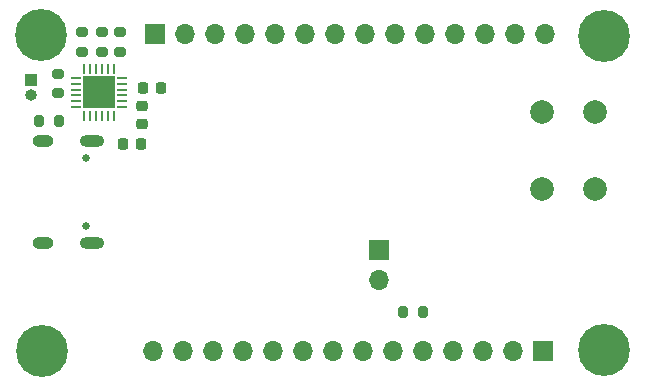
<source format=gbr>
%TF.GenerationSoftware,KiCad,Pcbnew,8.0.2-8.0.2-0~ubuntu22.04.1*%
%TF.CreationDate,2024-06-03T20:12:09+08:00*%
%TF.ProjectId,pcb-stm32,7063622d-7374-46d3-9332-2e6b69636164,rev?*%
%TF.SameCoordinates,Original*%
%TF.FileFunction,Soldermask,Bot*%
%TF.FilePolarity,Negative*%
%FSLAX46Y46*%
G04 Gerber Fmt 4.6, Leading zero omitted, Abs format (unit mm)*
G04 Created by KiCad (PCBNEW 8.0.2-8.0.2-0~ubuntu22.04.1) date 2024-06-03 20:12:09*
%MOMM*%
%LPD*%
G01*
G04 APERTURE LIST*
G04 Aperture macros list*
%AMRoundRect*
0 Rectangle with rounded corners*
0 $1 Rounding radius*
0 $2 $3 $4 $5 $6 $7 $8 $9 X,Y pos of 4 corners*
0 Add a 4 corners polygon primitive as box body*
4,1,4,$2,$3,$4,$5,$6,$7,$8,$9,$2,$3,0*
0 Add four circle primitives for the rounded corners*
1,1,$1+$1,$2,$3*
1,1,$1+$1,$4,$5*
1,1,$1+$1,$6,$7*
1,1,$1+$1,$8,$9*
0 Add four rect primitives between the rounded corners*
20,1,$1+$1,$2,$3,$4,$5,0*
20,1,$1+$1,$4,$5,$6,$7,0*
20,1,$1+$1,$6,$7,$8,$9,0*
20,1,$1+$1,$8,$9,$2,$3,0*%
G04 Aperture macros list end*
%ADD10R,1.700000X1.700000*%
%ADD11O,1.700000X1.700000*%
%ADD12C,0.700000*%
%ADD13C,4.400000*%
%ADD14R,1.000000X1.000000*%
%ADD15O,1.000000X1.000000*%
%ADD16C,2.000000*%
%ADD17C,0.650000*%
%ADD18O,2.100000X1.000000*%
%ADD19O,1.800000X1.000000*%
%ADD20RoundRect,0.200000X0.275000X-0.200000X0.275000X0.200000X-0.275000X0.200000X-0.275000X-0.200000X0*%
%ADD21RoundRect,0.225000X0.225000X0.250000X-0.225000X0.250000X-0.225000X-0.250000X0.225000X-0.250000X0*%
%ADD22RoundRect,0.225000X-0.250000X0.225000X-0.250000X-0.225000X0.250000X-0.225000X0.250000X0.225000X0*%
%ADD23RoundRect,0.200000X-0.200000X-0.275000X0.200000X-0.275000X0.200000X0.275000X-0.200000X0.275000X0*%
%ADD24RoundRect,0.200000X0.200000X0.275000X-0.200000X0.275000X-0.200000X-0.275000X0.200000X-0.275000X0*%
%ADD25RoundRect,0.200000X-0.275000X0.200000X-0.275000X-0.200000X0.275000X-0.200000X0.275000X0.200000X0*%
%ADD26RoundRect,0.062500X0.062500X-0.350000X0.062500X0.350000X-0.062500X0.350000X-0.062500X-0.350000X0*%
%ADD27RoundRect,0.062500X0.350000X-0.062500X0.350000X0.062500X-0.350000X0.062500X-0.350000X-0.062500X0*%
%ADD28R,2.700000X2.700000*%
G04 APERTURE END LIST*
D10*
%TO.C,J3*%
X150080000Y-99000000D03*
D11*
X147540000Y-99000000D03*
X145000000Y-99000000D03*
X142460000Y-99000000D03*
X139920000Y-99000000D03*
X137380000Y-99000000D03*
X134840000Y-99000000D03*
X132300000Y-99000000D03*
X129760000Y-99000000D03*
X127220000Y-99000000D03*
X124680000Y-99000000D03*
X122140000Y-99000000D03*
X119600000Y-99000000D03*
X117060000Y-99000000D03*
%TD*%
D10*
%TO.C,J2*%
X117250000Y-72150000D03*
D11*
X119790000Y-72150000D03*
X122330000Y-72150000D03*
X124870000Y-72150000D03*
X127410000Y-72150000D03*
X129950000Y-72150000D03*
X132490000Y-72150000D03*
X135030000Y-72150000D03*
X137570000Y-72150000D03*
X140110000Y-72150000D03*
X142650000Y-72150000D03*
X145190000Y-72150000D03*
X147730000Y-72150000D03*
X150270000Y-72150000D03*
%TD*%
D12*
%TO.C,H4*%
X153650000Y-98900000D03*
X154133274Y-97733274D03*
X154133274Y-100066726D03*
X155300000Y-97250000D03*
D13*
X155300000Y-98900000D03*
D12*
X155300000Y-100550000D03*
X156466726Y-97733274D03*
X156466726Y-100066726D03*
X156950000Y-98900000D03*
%TD*%
D10*
%TO.C,J4*%
X136200000Y-90400000D03*
D11*
X136200000Y-92940000D03*
%TD*%
D14*
%TO.C,J5*%
X106800000Y-76000000D03*
D15*
X106800000Y-77270000D03*
%TD*%
D12*
%TO.C,H3*%
X106016726Y-98950000D03*
X106500000Y-97783274D03*
X106500000Y-100116726D03*
X107666726Y-97300000D03*
D13*
X107666726Y-98950000D03*
D12*
X107666726Y-100600000D03*
X108833452Y-97783274D03*
X108833452Y-100116726D03*
X109316726Y-98950000D03*
%TD*%
D16*
%TO.C,SW1*%
X150050000Y-85250000D03*
X150050000Y-78750000D03*
X154550000Y-85250000D03*
X154550000Y-78750000D03*
%TD*%
D12*
%TO.C,H2*%
X153650000Y-72300000D03*
X154133274Y-71133274D03*
X154133274Y-73466726D03*
X155300000Y-70650000D03*
D13*
X155300000Y-72300000D03*
D12*
X155300000Y-73950000D03*
X156466726Y-71133274D03*
X156466726Y-73466726D03*
X156950000Y-72300000D03*
%TD*%
%TO.C,H1*%
X106000000Y-72250000D03*
X106483274Y-71083274D03*
X106483274Y-73416726D03*
X107650000Y-70600000D03*
D13*
X107650000Y-72250000D03*
D12*
X107650000Y-73900000D03*
X108816726Y-71083274D03*
X108816726Y-73416726D03*
X109300000Y-72250000D03*
%TD*%
D17*
%TO.C,J1*%
X111455000Y-82610000D03*
X111455000Y-88390000D03*
D18*
X111975000Y-81180000D03*
D19*
X107775000Y-81180000D03*
D18*
X111975000Y-89820000D03*
D19*
X107775000Y-89820000D03*
%TD*%
D20*
%TO.C,R9*%
X112750000Y-73625000D03*
X112750000Y-71975000D03*
%TD*%
D21*
%TO.C,C6*%
X116125000Y-81400000D03*
X114575000Y-81400000D03*
%TD*%
D22*
%TO.C,C8*%
X116200000Y-78225000D03*
X116200000Y-79775000D03*
%TD*%
D23*
%TO.C,R10*%
X138275000Y-95700000D03*
X139925000Y-95700000D03*
%TD*%
D24*
%TO.C,R6*%
X109125000Y-79500000D03*
X107475000Y-79500000D03*
%TD*%
D25*
%TO.C,R5*%
X114350000Y-71975000D03*
X114350000Y-73625000D03*
%TD*%
D20*
%TO.C,R8*%
X111125000Y-73625000D03*
X111125000Y-71975000D03*
%TD*%
D26*
%TO.C,U1*%
X113775000Y-79037500D03*
X113275000Y-79037500D03*
X112775000Y-79037500D03*
X112275000Y-79037500D03*
X111775000Y-79037500D03*
X111275000Y-79037500D03*
D27*
X110562500Y-78325000D03*
X110562500Y-77825000D03*
X110562500Y-77325000D03*
X110562500Y-76825000D03*
X110562500Y-76325000D03*
X110562500Y-75825000D03*
D26*
X111275000Y-75112500D03*
X111775000Y-75112500D03*
X112275000Y-75112500D03*
X112775000Y-75112500D03*
X113275000Y-75112500D03*
X113775000Y-75112500D03*
D27*
X114487500Y-75825000D03*
X114487500Y-76325000D03*
X114487500Y-76825000D03*
X114487500Y-77325000D03*
X114487500Y-77825000D03*
X114487500Y-78325000D03*
D28*
X112525000Y-77075000D03*
%TD*%
D25*
%TO.C,R7*%
X109100000Y-75475000D03*
X109100000Y-77125000D03*
%TD*%
D21*
%TO.C,C7*%
X117775000Y-76700000D03*
X116225000Y-76700000D03*
%TD*%
M02*

</source>
